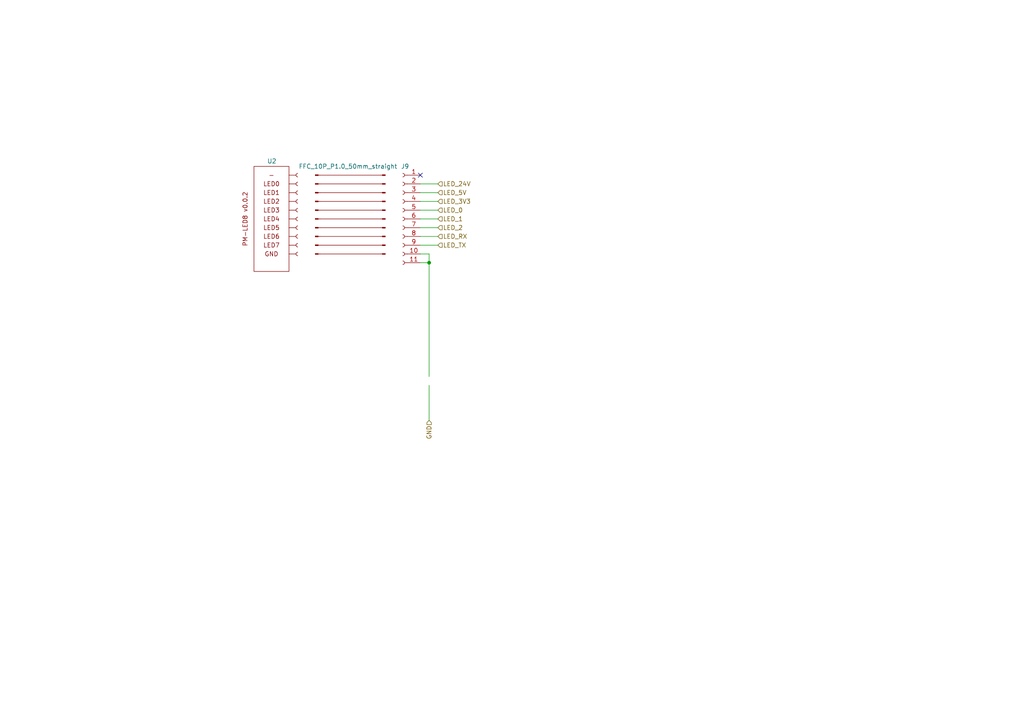
<source format=kicad_sch>
(kicad_sch (version 20231120) (generator "eeschema") (generator_version "8.0")
  (paper "A4")
  (lib_symbols
    (symbol "kicad_inventree_lib:AFA07-S10FCC-00" (pin_names (offset 1.016) hide)
      (property "Reference" "J" (at 0 12.7 0))
      (property "Value" "AFA07-S10FCC-00" (at 0 -20.32 0))
      (symbol "AFA07-S10FCC-00_1_1"
        (arc (start 0 -14.732) (mid -0.5058 -15.24) (end 0 -15.748) (stroke (width 0.1524)))
        (arc (start 0 -12.192) (mid -0.5058 -12.7) (end 0 -13.208) (stroke (width 0.1524)))
        (arc (start 0 -9.652) (mid -0.5058 -10.16) (end 0 -10.668) (stroke (width 0.1524)))
        (arc (start 0 -7.112) (mid -0.5058 -7.62) (end 0 -8.128) (stroke (width 0.1524)))
        (arc (start 0 -4.572) (mid -0.5058 -5.08) (end 0 -5.588) (stroke (width 0.1524)))
        (arc (start 0 -2.032) (mid -0.5058 -2.54) (end 0 -3.048) (stroke (width 0.1524)))
        (polyline (pts (xy -1.27 -15.24) (xy -0.508 -15.24)) (stroke (width 0.1524)))
        (polyline (pts (xy -1.27 -12.7) (xy -0.508 -12.7)) (stroke (width 0.1524)))
        (polyline (pts (xy -1.27 -10.16) (xy -0.508 -10.16)) (stroke (width 0.1524)))
        (polyline (pts (xy -1.27 -7.62) (xy -0.508 -7.62)) (stroke (width 0.1524)))
        (polyline (pts (xy -1.27 -5.08) (xy -0.508 -5.08)) (stroke (width 0.1524)))
        (polyline (pts (xy -1.27 -2.54) (xy -0.508 -2.54)) (stroke (width 0.1524)))
        (polyline (pts (xy -1.27 0) (xy -0.508 0)) (stroke (width 0.1524)))
        (polyline (pts (xy -1.27 2.54) (xy -0.508 2.54)) (stroke (width 0.1524)))
        (polyline (pts (xy -1.27 5.08) (xy -0.508 5.08)) (stroke (width 0.1524)))
        (polyline (pts (xy -1.27 7.62) (xy -0.508 7.62)) (stroke (width 0.1524)))
        (polyline (pts (xy -1.27 10.16) (xy -0.508 10.16)) (stroke (width 0.1524)))
        (arc (start 0 0.508) (mid -0.5058 0) (end 0 -0.508) (stroke (width 0.1524)))
        (arc (start 0 3.048) (mid -0.5058 2.54) (end 0 2.032) (stroke (width 0.1524)))
        (arc (start 0 5.588) (mid -0.5058 5.08) (end 0 4.572) (stroke (width 0.1524)))
        (arc (start 0 8.128) (mid -0.5058 7.62) (end 0 7.112) (stroke (width 0.1524)))
        (arc (start 0 10.668) (mid -0.5058 10.16) (end 0 9.652) (stroke (width 0.1524)))
        (pin passive line (at -5.08 10.16 0) (length 3.81) (name "Pin_1") (number "1"))
        (pin passive line (at -5.08 -12.7 0) (length 3.81) (name "Pin_10") (number "10"))
        (pin passive line (at -5.08 -15.24 0) (length 3.81) (name "Pin_11") (number "11"))
        (pin passive line (at -5.08 7.62 0) (length 3.81) (name "Pin_2") (number "2"))
        (pin passive line (at -5.08 5.08 0) (length 3.81) (name "Pin_3") (number "3"))
        (pin passive line (at -5.08 2.54 0) (length 3.81) (name "Pin_4") (number "4"))
        (pin passive line (at -5.08 0 0) (length 3.81) (name "Pin_5") (number "5"))
        (pin passive line (at -5.08 -2.54 0) (length 3.81) (name "Pin_6") (number "6"))
        (pin passive line (at -5.08 -5.08 0) (length 3.81) (name "Pin_7") (number "7"))
        (pin passive line (at -5.08 -7.62 0) (length 3.81) (name "Pin_8") (number "8"))
        (pin passive line (at -5.08 -10.16 0) (length 3.81) (name "Pin_9") (number "9"))
      )
    )
    (symbol "kicad_inventree_lib:FFC_10P_P1.0_50mm_straight" (on_board no)
      (property "Reference" "J" (at 0 2.794 0))
      (property "Value" "FFC_10P_P1.0_50mm_straight" (at 0 0 0))
      (symbol "FFC_10P_P1.0_50mm_straight_0_1"
        (polyline (pts (xy -8.89 -25.4) (xy 8.89 -25.4)))
        (polyline (pts (xy -8.89 -22.86) (xy 8.89 -22.86)))
        (polyline (pts (xy -8.89 -20.32) (xy 8.89 -20.32)))
        (polyline (pts (xy -8.89 -17.78) (xy 8.89 -17.78)))
        (polyline (pts (xy -8.89 -15.24) (xy 8.89 -15.24)))
        (polyline (pts (xy -8.89 -12.7) (xy 8.89 -12.7)))
        (polyline (pts (xy -8.89 -10.16) (xy 8.89 -10.16)))
        (polyline (pts (xy -8.89 -7.62) (xy 8.89 -7.62)))
        (polyline (pts (xy -8.89 -5.08) (xy 8.89 -5.08)))
        (polyline (pts (xy -8.89 -2.54) (xy 8.89 -2.54)))
      )
      (symbol "FFC_10P_P1.0_50mm_straight_1_1"
        (rectangle (start -10.16 -25.273) (end -9.2964 -25.527) (stroke (width 0.1524)) (fill (type outline)))
        (rectangle (start -10.16 -22.733) (end -9.2964 -22.987) (stroke (width 0.1524)) (fill (type outline)))
        (rectangle (start -10.16 -20.193) (end -9.2964 -20.447) (stroke (width 0.1524)) (fill (type outline)))
        (rectangle (start -10.16 -17.653) (end -9.2964 -17.907) (stroke (width 0.1524)) (fill (type outline)))
        (rectangle (start -10.16 -15.113) (end -9.2964 -15.367) (stroke (width 0.1524)) (fill (type outline)))
        (rectangle (start -10.16 -12.573) (end -9.2964 -12.827) (stroke (width 0.1524)) (fill (type outline)))
        (rectangle (start -10.16 -10.033) (end -9.2964 -10.287) (stroke (width 0.1524)) (fill (type outline)))
        (rectangle (start -10.16 -7.493) (end -9.2964 -7.747) (stroke (width 0.1524)) (fill (type outline)))
        (rectangle (start -10.16 -4.953) (end -9.2964 -5.207) (stroke (width 0.1524)) (fill (type outline)))
        (rectangle (start -10.16 -2.413) (end -9.2964 -2.667) (stroke (width 0.1524)) (fill (type outline)))
        (polyline (pts (xy -8.89 -25.4) (xy -9.2964 -25.4)) (stroke (width 0.1524)))
        (polyline (pts (xy -8.89 -22.86) (xy -9.2964 -22.86)) (stroke (width 0.1524)))
        (polyline (pts (xy -8.89 -20.32) (xy -9.2964 -20.32)) (stroke (width 0.1524)))
        (polyline (pts (xy -8.89 -17.78) (xy -9.2964 -17.78)) (stroke (width 0.1524)))
        (polyline (pts (xy -8.89 -15.24) (xy -9.2964 -15.24)) (stroke (width 0.1524)))
        (polyline (pts (xy -8.89 -12.7) (xy -9.2964 -12.7)) (stroke (width 0.1524)))
        (polyline (pts (xy -8.89 -10.16) (xy -9.2964 -10.16)) (stroke (width 0.1524)))
        (polyline (pts (xy -8.89 -7.62) (xy -9.2964 -7.62)) (stroke (width 0.1524)))
        (polyline (pts (xy -8.89 -5.08) (xy -9.2964 -5.08)) (stroke (width 0.1524)))
        (polyline (pts (xy -8.89 -2.54) (xy -9.2964 -2.54)) (stroke (width 0.1524)))
        (polyline (pts (xy 8.89 -25.4) (xy 9.2964 -25.4)) (stroke (width 0.1524)))
        (polyline (pts (xy 8.89 -22.86) (xy 9.2964 -22.86)) (stroke (width 0.1524)))
        (polyline (pts (xy 8.89 -20.32) (xy 9.2964 -20.32)) (stroke (width 0.1524)))
        (polyline (pts (xy 8.89 -17.78) (xy 9.2964 -17.78)) (stroke (width 0.1524)))
        (polyline (pts (xy 8.89 -15.24) (xy 9.2964 -15.24)) (stroke (width 0.1524)))
        (polyline (pts (xy 8.89 -12.7) (xy 9.2964 -12.7)) (stroke (width 0.1524)))
        (polyline (pts (xy 8.89 -10.16) (xy 9.2964 -10.16)) (stroke (width 0.1524)))
        (polyline (pts (xy 8.89 -7.62) (xy 9.2964 -7.62)) (stroke (width 0.1524)))
        (polyline (pts (xy 8.89 -5.08) (xy 9.2964 -5.08)) (stroke (width 0.1524)))
        (polyline (pts (xy 8.89 -2.54) (xy 9.2964 -2.54)) (stroke (width 0.1524)))
        (rectangle (start 9.2964 -25.273) (end 10.16 -25.527) (stroke (width 0.1524)) (fill (type outline)))
        (rectangle (start 9.2964 -22.733) (end 10.16 -22.987) (stroke (width 0.1524)) (fill (type outline)))
        (rectangle (start 9.2964 -20.193) (end 10.16 -20.447) (stroke (width 0.1524)) (fill (type outline)))
        (rectangle (start 9.2964 -17.653) (end 10.16 -17.907) (stroke (width 0.1524)) (fill (type outline)))
        (rectangle (start 9.2964 -15.113) (end 10.16 -15.367) (stroke (width 0.1524)) (fill (type outline)))
        (rectangle (start 9.2964 -12.573) (end 10.16 -12.827) (stroke (width 0.1524)) (fill (type outline)))
        (rectangle (start 9.2964 -10.033) (end 10.16 -10.287) (stroke (width 0.1524)) (fill (type outline)))
        (rectangle (start 9.2964 -7.493) (end 10.16 -7.747) (stroke (width 0.1524)) (fill (type outline)))
        (rectangle (start 9.2964 -4.953) (end 10.16 -5.207) (stroke (width 0.1524)) (fill (type outline)))
        (rectangle (start 9.2964 -2.413) (end 10.16 -2.667) (stroke (width 0.1524)) (fill (type outline)))
      )
    )
    (symbol "kicad_inventree_lib:PM-LED8_v0.0.2"
      (property "Reference" "U" (at 0 2.54 0))
      (property "Value" "PM-LED8_v0.0.2" (at 0 0 0))
      (symbol "PM-LED8_v0.0.2_0_1"
        (rectangle (start -5.08 -2.54) (end 5.08 -33.02))
      )
      (symbol "PM-LED8_v0.0.2_1_1"
        (polyline (pts (xy 5.08 -27.94) (xy 7.1098 -27.94)) (stroke (width 0.1524)))
        (polyline (pts (xy 5.08 -25.4) (xy 7.1098 -25.4)) (stroke (width 0.1524)))
        (polyline (pts (xy 5.08 -22.86) (xy 7.1098 -22.86)) (stroke (width 0.1524)))
        (polyline (pts (xy 5.08 -20.32) (xy 7.1098 -20.32)) (stroke (width 0.1524)))
        (polyline (pts (xy 5.08 -17.78) (xy 7.1098 -17.78)) (stroke (width 0.1524)))
        (polyline (pts (xy 5.08 -15.24) (xy 7.1098 -15.24)) (stroke (width 0.1524)))
        (polyline (pts (xy 5.08 -12.7) (xy 7.1098 -12.7)) (stroke (width 0.1524)))
        (polyline (pts (xy 5.08 -10.16) (xy 7.1098 -10.16)) (stroke (width 0.1524)))
        (polyline (pts (xy 5.08 -7.62) (xy 7.1098 -7.62)) (stroke (width 0.1524)))
        (polyline (pts (xy 5.08 -5.08) (xy 7.1098 -5.08)) (stroke (width 0.1524)))
        (arc (start 7.6178 -27.432) (mid 7.112 -27.94) (end 7.6178 -28.448) (stroke (width 0.1524)))
        (arc (start 7.6178 -24.892) (mid 7.112 -25.4) (end 7.6178 -25.908) (stroke (width 0.1524)))
        (arc (start 7.6178 -22.352) (mid 7.112 -22.86) (end 7.6178 -23.368) (stroke (width 0.1524)))
        (arc (start 7.6178 -19.812) (mid 7.112 -20.32) (end 7.6178 -20.828) (stroke (width 0.1524)))
        (arc (start 7.6178 -17.272) (mid 7.112 -17.78) (end 7.6178 -18.288) (stroke (width 0.1524)))
        (arc (start 7.6178 -14.732) (mid 7.112 -15.24) (end 7.6178 -15.748) (stroke (width 0.1524)))
        (arc (start 7.6178 -12.192) (mid 7.112 -12.7) (end 7.6178 -13.208) (stroke (width 0.1524)))
        (arc (start 7.6178 -9.652) (mid 7.112 -10.16) (end 7.6178 -10.668) (stroke (width 0.1524)))
        (arc (start 7.6178 -7.112) (mid 7.112 -7.62) (end 7.6178 -8.128) (stroke (width 0.1524)))
        (arc (start 7.6178 -4.572) (mid 7.112 -5.08) (end 7.6178 -5.588) (stroke (width 0.1524)))
        (text "-" (at 0 -5.08 0) (effects (font (size 1.27 1.27))))
        (text "GND" (at 0 -27.94 0) (effects (font (size 1.27 1.27))))
        (text "LED0" (at 0 -7.62 0) (effects (font (size 1.27 1.27))))
        (text "LED1" (at 0 -10.16 0) (effects (font (size 1.27 1.27))))
        (text "LED2" (at 0 -12.7 0) (effects (font (size 1.27 1.27))))
        (text "LED3" (at 0 -15.24 0) (effects (font (size 1.27 1.27))))
        (text "LED4" (at 0 -17.78 0) (effects (font (size 1.27 1.27))))
        (text "LED5" (at 0 -20.32 0) (effects (font (size 1.27 1.27))))
        (text "LED6" (at 0 -22.86 0) (effects (font (size 1.27 1.27))))
        (text "LED7" (at 0 -25.4 0) (effects (font (size 1.27 1.27))))
        (text "PM-LED8 v0.0.2" (at -7.62 -17.78 900) (effects (font (size 1.27 1.27))))
      )
    )
  )
  (junction (at 124.46 76.2))
  (no_connect (at 121.92 50.8))
  (wire (pts (xy 121.92 60.96) (xy 127 60.96)))
  (wire (pts (xy 124.46 76.2) (xy 124.46 109.22)))
  (wire (pts (xy 121.92 66.04) (xy 127 66.04)))
  (wire (pts (xy 121.92 55.88) (xy 127 55.88)))
  (wire (pts (xy 124.46 111.76) (xy 124.46 121.92)))
  (wire (pts (xy 121.92 73.66) (xy 124.46 73.66)))
  (wire (pts (xy 121.92 58.42) (xy 127 58.42)))
  (wire (pts (xy 121.92 76.2) (xy 124.46 76.2)))
  (wire (pts (xy 121.92 63.5) (xy 127 63.5)))
  (wire (pts (xy 121.92 68.58) (xy 127 68.58)))
  (wire (pts (xy 124.46 73.66) (xy 124.46 76.2)))
  (wire (pts (xy 121.92 53.34) (xy 127 53.34)))
  (wire (pts (xy 121.92 71.12) (xy 127 71.12)))
  (hierarchical_label "GND" (shape input) (at 124.46 121.92 270))
  (hierarchical_label "LED_3V3" (shape input) (at 127 58.42 0))
  (hierarchical_label "LED_5V" (shape input) (at 127 55.88 0))
  (hierarchical_label "LED_24V" (shape input) (at 127 53.34 0))
  (hierarchical_label "LED_TX" (shape input) (at 127 71.12 0))
  (hierarchical_label "LED_2" (shape input) (at 127 66.04 0))
  (hierarchical_label "LED_1" (shape input) (at 127 63.5 0))
  (hierarchical_label "LED_RX" (shape input) (at 127 68.58 0))
  (hierarchical_label "LED_0" (shape input) (at 127 60.96 0))
  (symbol (lib_id "kicad_inventree_lib:FFC_10P_P1.0_50mm_straight") (at 101.6 48.26 0) (unit 1) (on_board no)
    (property "Reference" "J8" (effects (hide yes)))
    (property "Value" "FFC_10P_P1.0_50mm_straight" (at 86.614 48.26 0) (effects (justify left)))
    (property "Datasheet" "http://inventree.network/part/171/" (effects (hide yes)))
    (property "part_ipn" "FFC_10P_P1.0_50mm_reverse" (effects (hide yes)))
  )
  (symbol (lib_id "kicad_inventree_lib:AFA07-S10FCC-00") (at 116.84 60.96 0) (mirror y) (unit 1)
    (property "Reference" "J9" (at 117.475 48.26 0))
    (property "Value" "AFA07-S10FCC-00" (effects (hide yes)))
    (property "Footprint" "kicad_inventree_lib:CONN10_AFA07-S10_JUS" (effects (hide yes)))
    (property "Datasheet" "http://inventree.network/part/170/" (effects (hide yes)))
    (property "Description" "Generic connector, single row, 01x10, script generated" (effects (hide yes)))
    (property "part_ipn" "AFA07-S10FCC-00" (effects (hide yes)))
  )
  (symbol (lib_id "kicad_inventree_lib:PM-LED8_v0.0.2") (at 78.74 45.72 0) (unit 1)
    (property "Reference" "U2" (at 77.47 46.736 0) (effects (justify left)))
    (property "Value" "PM-LED8_v0.0.2" (effects (hide yes)))
    (property "Footprint" "kicad_inventree_lib:PM-LED_v0.0.2" (effects (hide yes)))
    (property "part_ipn" "PM-LED8_v0.0.1" (effects (hide yes)))
  )
)
</source>
